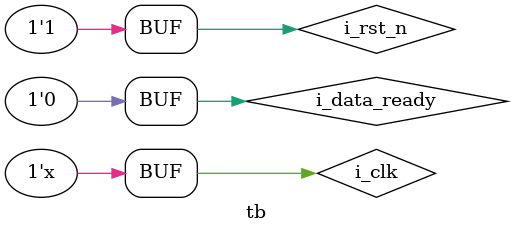
<source format=v>
`timescale 1ns / 1ps


module tb;

	// Inputs
	reg i_clk;
	reg i_rst_n;
	reg i_data_valid;
	reg [31:0] i_data;
	reg i_data_ready;

	// Outputs
	wire o_data_ready;
	wire o_data_valid;
	wire [31:0] o_data;

	// Instantiate the Unit Under Test (UUT)
	fft_computer uut (
		.i_clk(i_clk), 
		.i_rst_n(i_rst_n), 
		.i_data_valid(i_data_valid), 
		.i_data(i_data), 
		.o_data_ready(o_data_ready), 
		.o_data_valid(o_data_valid), 
		.o_data(o_data), 
		.i_data_ready(i_data_ready)
	);

	initial begin
		// Initialize Inputs
		i_clk = 0;
		i_rst_n = 0;
		i_data_valid = 0;
		i_data = 0;
		i_data_ready = 0;

		// Wait 100 ns for global reset to finish
		#100;
		i_rst_n = 1;
        
		// Add stimulus here
	end
	always
		#2 i_clk = ~i_clk;
		
	always @(posedge i_clk)
	begin
		i_data<=i_data+1;
		i_data_valid<=1;
		i_data_valid<= 1;
	end

      
endmodule


</source>
